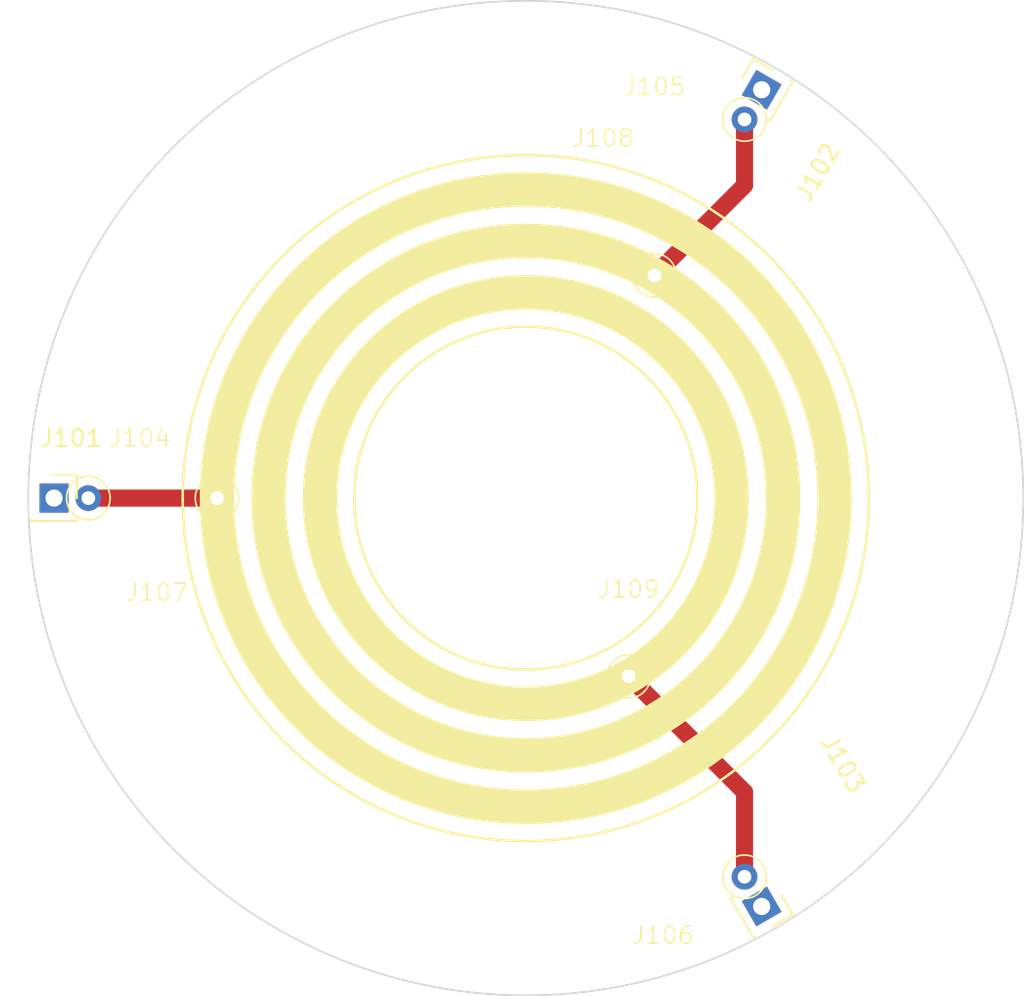
<source format=kicad_pcb>
(kicad_pcb (version 20221018) (generator pcbnew)
  (layers (0 "F.Cu" signal) (31 "B.Cu" signal) (34 "B.Paste" user) (35 "F.Paste" user) (36 "B.SilkS" user "B.Silkscreen") (37 "F.SilkS" user "F.Silkscreen") (38 "B.Mask" user) (39 "F.Mask" user) (44 "Edge.Cuts" user))
  (net 0 "")
  (net 4 "Net-(J104-Pin_1)")
  (net 5 "Net-(J105-Pin_1)")
  (net 6 "Net-(J106-Pin_1)")
  (footprint "MyPinSocket:MyPinSocket" (layer "F.Cu") (at 63.75 73.816 -60)
    (fp_text reference "J103" (at -4.826867 -8.271621 120) (layer "F.SilkS"))
    (fp_text value "PWM2-IN")
    (fp_line (start -1.33 1.21) (end -1.33 1.33) (stroke (width 0.12)) (layer "F.SilkS"))
    (fp_line (start -1.33 1.33) (end 1.33 1.33) (stroke (width 0.12)) (layer "F.SilkS"))
    (fp_line (start 0 -1.33) (end 1.33 -1.33) (stroke (width 0.12)) (layer "F.SilkS"))
    (fp_line (start 1.33 -1.33) (end 1.33 0) (stroke (width 0.12)) (layer "F.SilkS"))
    (fp_line (start 1.33 1.21) (end 1.33 1.33) (stroke (width 0.12)) (layer "F.SilkS"))
    (pad "1" thru_hole rect (at 0 0 300) (size 1.7 1.7) (drill 1) (layers "*.Cu" "*.Mask"))
  )
  (footprint "my_small_pad:my_small_pad" (layer "F.Cu") (at 57.5 37.01)
    (fp_text reference "J108" (at -3 -8.01 unlocked) (layer "F.SilkS") (effects (font (thickness 0.1))))
    (fp_text value "PWM1-OUT")
    (fp_circle (center 0 0) (end 0 -1.27) (stroke (width 0.1)) (fill none) (layer "F.SilkS"))
    (pad "1" thru_hole circle (at 0 0) (size 1.5 1.5) (drill 0.8) (layers "*.Cu" "*.Mask") (net 5 "Net-(J105-Pin_1)"))
  )
  (footprint "my_small_pad:my_small_pad" (layer "F.Cu") (at 62.75 72.084)
    (fp_text reference "J106" (at -4.75 3.416 unlocked) (layer "F.SilkS") (effects (font (thickness 0.1))))
    (fp_text value "PWM2-MIDDLE")
    (fp_circle (center 0 0) (end 0 -1.27) (stroke (width 0.1)) (fill none) (layer "F.SilkS"))
    (pad "1" thru_hole circle (at 0 0) (size 1.5 1.5) (drill 0.8) (layers "*.Cu" "*.Mask") (net 6 "Net-(J106-Pin_1)"))
  )
  (footprint "MyPinSocket:MyPinSocket" (layer "F.Cu") (at 22.5 50)
    (fp_text reference "J101" (at 1 -3.5) (layer "F.SilkS"))
    (fp_text value "PWM+IN")
    (fp_line (start -1.33 1.21) (end -1.33 1.33) (stroke (width 0.12)) (layer "F.SilkS"))
    (fp_line (start -1.33 1.33) (end 1.33 1.33) (stroke (width 0.12)) (layer "F.SilkS"))
    (fp_line (start 0 -1.33) (end 1.33 -1.33) (stroke (width 0.12)) (layer "F.SilkS"))
    (fp_line (start 1.33 -1.33) (end 1.33 0) (stroke (width 0.12)) (layer "F.SilkS"))
    (fp_line (start 1.33 1.21) (end 1.33 1.33) (stroke (width 0.12)) (layer "F.SilkS"))
    (pad "1" thru_hole rect (at 0 0) (size 1.7 1.7) (drill 1) (layers "*.Cu" "*.Mask"))
  )
  (footprint "my_small_pad:my_small_pad" (layer "F.Cu") (at 24.5 50)
    (fp_text reference "J104" (at 3 -3.5 unlocked) (layer "F.SilkS") (effects (font (thickness 0.1))))
    (fp_text value "PWM+MIDDLE")
    (fp_circle (center 0 0) (end 0 -1.27) (stroke (width 0.1)) (fill none) (layer "F.SilkS"))
    (pad "1" thru_hole circle (at 0 0) (size 1.5 1.5) (drill 0.8) (layers "*.Cu" "*.Mask") (net 4 "Net-(J104-Pin_1)"))
  )
  (footprint "my_small_pad:my_small_pad" (layer "F.Cu") (at 56 60.392)
    (fp_text reference "J109" (at 0 -5.08 unlocked) (layer "F.SilkS") (effects (font (thickness 0.1))))
    (fp_text value "PWM2-OUT")
    (fp_circle (center 0 0) (end 0 -1.27) (stroke (width 0.1)) (fill none) (layer "F.SilkS"))
    (pad "1" thru_hole circle (at 0 0) (size 1.5 1.5) (drill 0.8) (layers "*.Cu" "*.Mask") (net 6 "Net-(J106-Pin_1)"))
  )
  (footprint "my_small_pad:my_small_pad" (layer "F.Cu") (at 32 50)
    (fp_text reference "J107" (at -3.5 5.5 unlocked) (layer "F.SilkS") (effects (font (thickness 0.1))))
    (fp_text value "PWM+OUT")
    (fp_circle (center 0 0) (end 0 -1.27) (stroke (width 0.1)) (fill none) (layer "F.SilkS"))
    (pad "1" thru_hole circle (at 0 0) (size 1.5 1.5) (drill 0.8) (layers "*.Cu" "*.Mask") (net 4 "Net-(J104-Pin_1)"))
  )
  (footprint "MyPinSocket:MyPinSocket" (layer "F.Cu") (at 63.75 26.184 60)
    (fp_text reference "J102" (at -2.545778 5.222583 60) (layer "F.SilkS"))
    (fp_text value "PWM1-IN")
    (fp_line (start -1.33 1.21) (end -1.33 1.33) (stroke (width 0.12)) (layer "F.SilkS"))
    (fp_line (start -1.33 1.33) (end 1.33 1.33) (stroke (width 0.12)) (layer "F.SilkS"))
    (fp_line (start 0 -1.33) (end 1.33 -1.33) (stroke (width 0.12)) (layer "F.SilkS"))
    (fp_line (start 1.33 -1.33) (end 1.33 0) (stroke (width 0.12)) (layer "F.SilkS"))
    (fp_line (start 1.33 1.21) (end 1.33 1.33) (stroke (width 0.12)) (layer "F.SilkS"))
    (pad "1" thru_hole rect (at 0 0 60) (size 1.7 1.7) (drill 1) (layers "*.Cu" "*.Mask"))
  )
  (footprint "my_small_pad:my_small_pad" (layer "F.Cu") (at 62.75 27.916)
    (fp_text reference "J105" (at -5.25 -1.916 unlocked) (layer "F.SilkS") (effects (font (thickness 0.1))))
    (fp_text value "PWM1-MIDDLE")
    (fp_circle (center 0 0) (end 0 -1.27) (stroke (width 0.1)) (fill none) (layer "F.SilkS"))
    (pad "1" thru_hole circle (at 0 0) (size 1.5 1.5) (drill 0.8) (layers "*.Cu" "*.Mask") (net 5 "Net-(J105-Pin_1)"))
  )
  (gr_circle (center 50 50) (end 65 50) (stroke (width 2)) (fill none) (layer "F.SilkS"))
  (gr_circle (center 50 50) (end 60 50) (stroke (width 0.15)) (fill none) (layer "F.SilkS"))
  (gr_circle (center 50 50) (end 70 50) (stroke (width 0.15)) (fill none) (layer "F.SilkS"))
  (gr_circle (center 50 50) (end 62 50) (stroke (width 2)) (fill none) (layer "F.SilkS"))
  (gr_circle (center 50 50) (end 68 50) (stroke (width 2)) (fill none) (layer "F.SilkS"))
  (gr_circle (center 50 50) (end 79 50) (stroke (width 0.1)) (fill none) (layer "Edge.Cuts"))
  (segment (start 24.5 50) (end 32 50) (width 1) (layer "F.Cu") (net 4))
  (segment (start 62.75 27.916) (end 62.75 31.76) (width 1) (layer "F.Cu") (net 5))
  (segment (start 62.75 31.76) (end 57.5 37.01) (width 1) (layer "F.Cu") (net 5))
  (segment (start 62.75 72.084) (end 62.75 67.142) (width 1) (layer "F.Cu") (net 6))
  (segment (start 62.75 67.142) (end 56 60.392) (width 1) (layer "F.Cu") (net 6))
)
</source>
